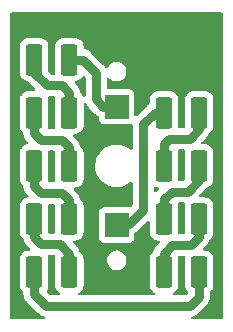
<source format=gbr>
%TF.GenerationSoftware,KiCad,Pcbnew,(7.0.0)*%
%TF.CreationDate,2023-02-27T22:59:02+05:30*%
%TF.ProjectId,9W_SYSKA,39575f53-5953-44b4-912e-6b696361645f,rev?*%
%TF.SameCoordinates,Original*%
%TF.FileFunction,Copper,L1,Top*%
%TF.FilePolarity,Positive*%
%FSLAX46Y46*%
G04 Gerber Fmt 4.6, Leading zero omitted, Abs format (unit mm)*
G04 Created by KiCad (PCBNEW (7.0.0)) date 2023-02-27 22:59:02*
%MOMM*%
%LPD*%
G01*
G04 APERTURE LIST*
G04 Aperture macros list*
%AMRoundRect*
0 Rectangle with rounded corners*
0 $1 Rounding radius*
0 $2 $3 $4 $5 $6 $7 $8 $9 X,Y pos of 4 corners*
0 Add a 4 corners polygon primitive as box body*
4,1,4,$2,$3,$4,$5,$6,$7,$8,$9,$2,$3,0*
0 Add four circle primitives for the rounded corners*
1,1,$1+$1,$2,$3*
1,1,$1+$1,$4,$5*
1,1,$1+$1,$6,$7*
1,1,$1+$1,$8,$9*
0 Add four rect primitives between the rounded corners*
20,1,$1+$1,$2,$3,$4,$5,0*
20,1,$1+$1,$4,$5,$6,$7,0*
20,1,$1+$1,$6,$7,$8,$9,0*
20,1,$1+$1,$8,$9,$2,$3,0*%
G04 Aperture macros list end*
%TA.AperFunction,SMDPad,CuDef*%
%ADD10RoundRect,0.250001X-0.462499X-1.074999X0.462499X-1.074999X0.462499X1.074999X-0.462499X1.074999X0*%
%TD*%
%TA.AperFunction,SMDPad,CuDef*%
%ADD11R,2.000000X2.000000*%
%TD*%
%TA.AperFunction,Conductor*%
%ADD12C,0.800000*%
%TD*%
G04 APERTURE END LIST*
D10*
%TO.P,L9,1,K*%
%TO.N,Net-(J2-Pin_1)*%
X113012500Y-108500000D03*
%TO.P,L9,2,A*%
%TO.N,Net-(L8-K)*%
X115987500Y-108500000D03*
%TD*%
D11*
%TO.P,J2,1,Pin_1*%
%TO.N,Net-(J2-Pin_1)*%
X108999999Y-117999999D03*
%TD*%
D10*
%TO.P,L8,1,K*%
%TO.N,Net-(L8-K)*%
X113012500Y-113000000D03*
%TO.P,L8,2,A*%
%TO.N,Net-(L7-K)*%
X115987500Y-113000000D03*
%TD*%
%TO.P,L5,1,K*%
%TO.N,Net-(L5-K)*%
X102012500Y-122000000D03*
%TO.P,L5,2,A*%
%TO.N,Net-(L4-K)*%
X104987500Y-122000000D03*
%TD*%
%TO.P,L4,1,K*%
%TO.N,Net-(L4-K)*%
X102012500Y-117500000D03*
%TO.P,L4,2,A*%
%TO.N,Net-(L3-K)*%
X104987500Y-117500000D03*
%TD*%
%TO.P,L1,1,K*%
%TO.N,Net-(L1-K)*%
X102012500Y-104000000D03*
%TO.P,L1,2,A*%
%TO.N,Net-(J1-Pin_1)*%
X104987500Y-104000000D03*
%TD*%
%TO.P,L7,1,K*%
%TO.N,Net-(L7-K)*%
X113012500Y-117500000D03*
%TO.P,L7,2,A*%
%TO.N,Net-(L6-K)*%
X115987500Y-117500000D03*
%TD*%
%TO.P,L2,1,K*%
%TO.N,Net-(L2-K)*%
X102012500Y-108500000D03*
%TO.P,L2,2,A*%
%TO.N,Net-(L1-K)*%
X104987500Y-108500000D03*
%TD*%
%TO.P,L6,1,K*%
%TO.N,Net-(L6-K)*%
X113012500Y-122000000D03*
%TO.P,L6,2,A*%
%TO.N,Net-(L5-K)*%
X115987500Y-122000000D03*
%TD*%
D11*
%TO.P,J1,1,Pin_1*%
%TO.N,Net-(J1-Pin_1)*%
X108999999Y-107999999D03*
%TD*%
D10*
%TO.P,L3,1,K*%
%TO.N,Net-(L3-K)*%
X102012500Y-113000000D03*
%TO.P,L3,2,A*%
%TO.N,Net-(L2-K)*%
X104987500Y-113000000D03*
%TD*%
D12*
%TO.N,Net-(J1-Pin_1)*%
X107270000Y-107380000D02*
X107890000Y-108000000D01*
X106150000Y-104000000D02*
X107270000Y-105120000D01*
X104987500Y-104000000D02*
X106150000Y-104000000D01*
X107890000Y-108000000D02*
X109000000Y-108000000D01*
X107270000Y-105120000D02*
X107270000Y-107380000D01*
%TO.N,Net-(J2-Pin_1)*%
X110070000Y-117900000D02*
X109000000Y-117900000D01*
X113012500Y-108500000D02*
X112240000Y-108500000D01*
X111250000Y-116720000D02*
X110070000Y-117900000D01*
X112240000Y-108500000D02*
X111250000Y-109490000D01*
X111250000Y-109490000D02*
X111250000Y-116720000D01*
%TO.N,Net-(L1-K)*%
X104370000Y-106190000D02*
X104987500Y-106807500D01*
X103100000Y-106190000D02*
X104370000Y-106190000D01*
X104987500Y-106807500D02*
X104987500Y-108500000D01*
X102012500Y-105102500D02*
X103100000Y-106190000D01*
X102012500Y-104000000D02*
X102012500Y-105102500D01*
%TO.N,Net-(L2-K)*%
X102012500Y-108500000D02*
X102012500Y-110212500D01*
X104360000Y-110800000D02*
X104987500Y-111427500D01*
X104987500Y-111427500D02*
X104987500Y-113000000D01*
X102600000Y-110800000D02*
X104360000Y-110800000D01*
X102012500Y-110212500D02*
X102600000Y-110800000D01*
%TO.N,Net-(L3-K)*%
X102012500Y-114692500D02*
X102630000Y-115310000D01*
X104390000Y-115310000D02*
X104987500Y-115907500D01*
X102630000Y-115310000D02*
X104390000Y-115310000D01*
X104987500Y-115907500D02*
X104987500Y-117500000D01*
X102012500Y-113000000D02*
X102012500Y-114692500D01*
%TO.N,Net-(L4-K)*%
X102610000Y-119640000D02*
X104170000Y-119640000D01*
X102012500Y-117500000D02*
X102012500Y-119042500D01*
X104987500Y-120457500D02*
X104987500Y-122000000D01*
X104170000Y-119640000D02*
X104987500Y-120457500D01*
X102012500Y-119042500D02*
X102610000Y-119640000D01*
%TO.N,Net-(L5-K)*%
X115240000Y-124870000D02*
X115987500Y-124122500D01*
X102012500Y-123822500D02*
X103060000Y-124870000D01*
X103060000Y-124870000D02*
X115240000Y-124870000D01*
X115987500Y-124122500D02*
X115987500Y-122000000D01*
X102012500Y-122000000D02*
X102012500Y-123822500D01*
%TO.N,Net-(L6-K)*%
X113012500Y-120427500D02*
X113730000Y-119710000D01*
X115987500Y-119032500D02*
X115987500Y-117500000D01*
X115310000Y-119710000D02*
X115987500Y-119032500D01*
X113012500Y-122000000D02*
X113012500Y-120427500D01*
X113730000Y-119710000D02*
X115310000Y-119710000D01*
%TO.N,Net-(L7-K)*%
X115010000Y-115190000D02*
X115987500Y-114212500D01*
X115987500Y-114212500D02*
X115987500Y-113000000D01*
X113660000Y-115190000D02*
X115010000Y-115190000D01*
X113012500Y-117500000D02*
X113012500Y-115837500D01*
X113012500Y-115837500D02*
X113660000Y-115190000D01*
%TO.N,Net-(L8-K)*%
X113012500Y-113000000D02*
X113012500Y-111117500D01*
X113012500Y-111117500D02*
X113430000Y-110700000D01*
X115987500Y-109912500D02*
X115987500Y-108500000D01*
X115200000Y-110700000D02*
X115987500Y-109912500D01*
X113430000Y-110700000D02*
X115200000Y-110700000D01*
%TD*%
%TA.AperFunction,NonConductor*%
G36*
X106250626Y-105391650D02*
G01*
X106297596Y-105421095D01*
X106333181Y-105456680D01*
X106360061Y-105496908D01*
X106369500Y-105544361D01*
X106369500Y-107051608D01*
X106351789Y-107115472D01*
X106303716Y-107161093D01*
X106239013Y-107175438D01*
X106176163Y-107154410D01*
X106134994Y-107106210D01*
X106134814Y-107105666D01*
X106131021Y-107099517D01*
X106046505Y-106962496D01*
X106042711Y-106956345D01*
X105923764Y-106837398D01*
X105898163Y-106800146D01*
X105888587Y-106760250D01*
X105888001Y-106760312D01*
X105885871Y-106740053D01*
X105885362Y-106733595D01*
X105881813Y-106665855D01*
X105878185Y-106652318D01*
X105874638Y-106633174D01*
X105873853Y-106625705D01*
X105873174Y-106619244D01*
X105852214Y-106554737D01*
X105850371Y-106548514D01*
X105834502Y-106489289D01*
X105834501Y-106489288D01*
X105832820Y-106483012D01*
X105826456Y-106470522D01*
X105819006Y-106452536D01*
X105816687Y-106445398D01*
X105814679Y-106439216D01*
X105811426Y-106433583D01*
X105811425Y-106433579D01*
X105780765Y-106380475D01*
X105777678Y-106374792D01*
X105746883Y-106314351D01*
X105738059Y-106303454D01*
X105727041Y-106287422D01*
X105720033Y-106275284D01*
X105674645Y-106224876D01*
X105670428Y-106219937D01*
X105657620Y-106204120D01*
X105643214Y-106189714D01*
X105638746Y-106185006D01*
X105597717Y-106139439D01*
X105593371Y-106134612D01*
X105588117Y-106130794D01*
X105588114Y-106130792D01*
X105582029Y-106126371D01*
X105567235Y-106113735D01*
X105484003Y-106030503D01*
X105450722Y-105970100D01*
X105454857Y-105901259D01*
X105495131Y-105845274D01*
X105559081Y-105819465D01*
X105602797Y-105814999D01*
X105769334Y-105759814D01*
X105918655Y-105667711D01*
X106042711Y-105543655D01*
X106104379Y-105443675D01*
X106143290Y-105404196D01*
X106195519Y-105385614D01*
X106250626Y-105391650D01*
G37*
%TD.AperFunction*%
%TA.AperFunction,NonConductor*%
G36*
X103729946Y-107104097D02*
G01*
X103774020Y-107141906D01*
X103796048Y-107195636D01*
X103791197Y-107253503D01*
X103787131Y-107265771D01*
X103787128Y-107265782D01*
X103785001Y-107272203D01*
X103784313Y-107278933D01*
X103784312Y-107278940D01*
X103774819Y-107371860D01*
X103774818Y-107371878D01*
X103774500Y-107374992D01*
X103774500Y-109625008D01*
X103774818Y-109628122D01*
X103774819Y-109628139D01*
X103784312Y-109721059D01*
X103784313Y-109721064D01*
X103785001Y-109727797D01*
X103787130Y-109734224D01*
X103787131Y-109734225D01*
X103787882Y-109736491D01*
X103788053Y-109738533D01*
X103788548Y-109740844D01*
X103788252Y-109740907D01*
X103792736Y-109794359D01*
X103770709Y-109848091D01*
X103726635Y-109885902D01*
X103670178Y-109899500D01*
X103329822Y-109899500D01*
X103273365Y-109885902D01*
X103229291Y-109848091D01*
X103207264Y-109794359D01*
X103211747Y-109740907D01*
X103211452Y-109740844D01*
X103211946Y-109738533D01*
X103212118Y-109736491D01*
X103214999Y-109727797D01*
X103225500Y-109625008D01*
X103225500Y-107374992D01*
X103214999Y-107272203D01*
X103212868Y-107265771D01*
X103208803Y-107253503D01*
X103203952Y-107195636D01*
X103225980Y-107141906D01*
X103270054Y-107104097D01*
X103326509Y-107090500D01*
X103673491Y-107090500D01*
X103729946Y-107104097D01*
G37*
%TD.AperFunction*%
%TA.AperFunction,NonConductor*%
G36*
X114726635Y-111614098D02*
G01*
X114770709Y-111651909D01*
X114792736Y-111705641D01*
X114788252Y-111759092D01*
X114788548Y-111759156D01*
X114788053Y-111761466D01*
X114787882Y-111763508D01*
X114785001Y-111772203D01*
X114784313Y-111778933D01*
X114784312Y-111778940D01*
X114774819Y-111871860D01*
X114774818Y-111871878D01*
X114774500Y-111874992D01*
X114774500Y-111878141D01*
X114774500Y-114100637D01*
X114765061Y-114148090D01*
X114738181Y-114188318D01*
X114673318Y-114253181D01*
X114633090Y-114280061D01*
X114585637Y-114289500D01*
X114346009Y-114289500D01*
X114280401Y-114270722D01*
X114234665Y-114220075D01*
X114222651Y-114152899D01*
X114223424Y-114145324D01*
X114225500Y-114125008D01*
X114225500Y-111874992D01*
X114214999Y-111772203D01*
X114212117Y-111763508D01*
X114211946Y-111761466D01*
X114211452Y-111759156D01*
X114211747Y-111759092D01*
X114207264Y-111705641D01*
X114229291Y-111651909D01*
X114273365Y-111614098D01*
X114329822Y-111600500D01*
X114670178Y-111600500D01*
X114726635Y-111614098D01*
G37*
%TD.AperFunction*%
%TA.AperFunction,NonConductor*%
G36*
X103720621Y-111719278D02*
G01*
X103766358Y-111769926D01*
X103778371Y-111837103D01*
X103774819Y-111871862D01*
X103774818Y-111871876D01*
X103774500Y-111874992D01*
X103774500Y-114125008D01*
X103774818Y-114128122D01*
X103774819Y-114128139D01*
X103784312Y-114221059D01*
X103784313Y-114221064D01*
X103785001Y-114227797D01*
X103787129Y-114234219D01*
X103787131Y-114234228D01*
X103791197Y-114246497D01*
X103796048Y-114304364D01*
X103774020Y-114358094D01*
X103729946Y-114395903D01*
X103673491Y-114409500D01*
X103326509Y-114409500D01*
X103270054Y-114395903D01*
X103225980Y-114358094D01*
X103203952Y-114304364D01*
X103208803Y-114246497D01*
X103212868Y-114234228D01*
X103212869Y-114234225D01*
X103214999Y-114227797D01*
X103225500Y-114125008D01*
X103225500Y-111874992D01*
X103221629Y-111837102D01*
X103233642Y-111769926D01*
X103279379Y-111719278D01*
X103344987Y-111700500D01*
X103655013Y-111700500D01*
X103720621Y-111719278D01*
G37*
%TD.AperFunction*%
%TA.AperFunction,NonConductor*%
G36*
X112313504Y-114787264D02*
G01*
X112328546Y-114792248D01*
X112397203Y-114814999D01*
X112468136Y-114822245D01*
X112532088Y-114848056D01*
X112572361Y-114904040D01*
X112576496Y-114972881D01*
X112543215Y-115033284D01*
X112432763Y-115143736D01*
X112417975Y-115156368D01*
X112411883Y-115160794D01*
X112411879Y-115160796D01*
X112406629Y-115164612D01*
X112366647Y-115209015D01*
X112317722Y-115242263D01*
X112258958Y-115249062D01*
X112203731Y-115227862D01*
X112164611Y-115183488D01*
X112150500Y-115126040D01*
X112150500Y-114904970D01*
X112164097Y-114848514D01*
X112201907Y-114804440D01*
X112255637Y-114782413D01*
X112313504Y-114787264D01*
G37*
%TD.AperFunction*%
%TA.AperFunction,NonConductor*%
G36*
X103719599Y-116229278D02*
G01*
X103765335Y-116279925D01*
X103777349Y-116347101D01*
X103774500Y-116374992D01*
X103774500Y-116378141D01*
X103774500Y-118615500D01*
X103757887Y-118677500D01*
X103712500Y-118722887D01*
X103650500Y-118739500D01*
X103349500Y-118739500D01*
X103287500Y-118722887D01*
X103242113Y-118677500D01*
X103225500Y-118615500D01*
X103225500Y-116378141D01*
X103225500Y-116374992D01*
X103222651Y-116347101D01*
X103234665Y-116279925D01*
X103280401Y-116229278D01*
X103346009Y-116210500D01*
X103653991Y-116210500D01*
X103719599Y-116229278D01*
G37*
%TD.AperFunction*%
%TA.AperFunction,NonConductor*%
G36*
X114729946Y-116104097D02*
G01*
X114774020Y-116141906D01*
X114796048Y-116195636D01*
X114791197Y-116253503D01*
X114787131Y-116265771D01*
X114787128Y-116265782D01*
X114785001Y-116272203D01*
X114784313Y-116278933D01*
X114784312Y-116278940D01*
X114774819Y-116371860D01*
X114774818Y-116371878D01*
X114774500Y-116374992D01*
X114774500Y-118625008D01*
X114774819Y-118628138D01*
X114774820Y-118628142D01*
X114779392Y-118672899D01*
X114767378Y-118740075D01*
X114721642Y-118790722D01*
X114656034Y-118809500D01*
X114343966Y-118809500D01*
X114278358Y-118790722D01*
X114232622Y-118740075D01*
X114220608Y-118672899D01*
X114223517Y-118644420D01*
X114225500Y-118625008D01*
X114225500Y-116374992D01*
X114214999Y-116272203D01*
X114212868Y-116265771D01*
X114208803Y-116253503D01*
X114203952Y-116195636D01*
X114225980Y-116141906D01*
X114270054Y-116104097D01*
X114326509Y-116090500D01*
X114673491Y-116090500D01*
X114729946Y-116104097D01*
G37*
%TD.AperFunction*%
%TA.AperFunction,NonConductor*%
G36*
X103746516Y-120554097D02*
G01*
X103790590Y-120591907D01*
X103812617Y-120645637D01*
X103807766Y-120703502D01*
X103785001Y-120772203D01*
X103784313Y-120778933D01*
X103784312Y-120778940D01*
X103774819Y-120871860D01*
X103774818Y-120871878D01*
X103774500Y-120874992D01*
X103774500Y-123125008D01*
X103774818Y-123128122D01*
X103774819Y-123128139D01*
X103784312Y-123221059D01*
X103784313Y-123221064D01*
X103785001Y-123227797D01*
X103840186Y-123394334D01*
X103932289Y-123543655D01*
X104056345Y-123667711D01*
X104062496Y-123671505D01*
X104173481Y-123739962D01*
X104217185Y-123786016D01*
X104232365Y-123847664D01*
X104215042Y-123908745D01*
X104169758Y-123953246D01*
X104108384Y-123969500D01*
X103484362Y-123969500D01*
X103436909Y-123960061D01*
X103396681Y-123933181D01*
X103275114Y-123811614D01*
X103113936Y-123650437D01*
X103084690Y-123604035D01*
X103078323Y-123549556D01*
X103096077Y-123497665D01*
X103159814Y-123394334D01*
X103214999Y-123227797D01*
X103225500Y-123125008D01*
X103225500Y-120874992D01*
X103214999Y-120772203D01*
X103192233Y-120703502D01*
X103187383Y-120645637D01*
X103209410Y-120591907D01*
X103253484Y-120554097D01*
X103309940Y-120540500D01*
X103690060Y-120540500D01*
X103746516Y-120554097D01*
G37*
%TD.AperFunction*%
%TA.AperFunction,NonConductor*%
G36*
X106403535Y-107689854D02*
G01*
X106435746Y-107737244D01*
X106438169Y-107736166D01*
X106440813Y-107742106D01*
X106442821Y-107748284D01*
X106446068Y-107753908D01*
X106446069Y-107753910D01*
X106476725Y-107807008D01*
X106479823Y-107812713D01*
X106487531Y-107827840D01*
X106510617Y-107873149D01*
X106514703Y-107878195D01*
X106514706Y-107878199D01*
X106519435Y-107884038D01*
X106530457Y-107900075D01*
X106534216Y-107906586D01*
X106534218Y-107906589D01*
X106537467Y-107912216D01*
X106541814Y-107917044D01*
X106541817Y-107917048D01*
X106582853Y-107962624D01*
X106587067Y-107967557D01*
X106599881Y-107983380D01*
X106602179Y-107985678D01*
X106602180Y-107985679D01*
X106614274Y-107997773D01*
X106618743Y-108002482D01*
X106664129Y-108052888D01*
X106669386Y-108056707D01*
X106675468Y-108061126D01*
X106690265Y-108073764D01*
X107196236Y-108579735D01*
X107208873Y-108594531D01*
X107217112Y-108605871D01*
X107221941Y-108610219D01*
X107221942Y-108610220D01*
X107267516Y-108651255D01*
X107272225Y-108655724D01*
X107286620Y-108670119D01*
X107289142Y-108672161D01*
X107302442Y-108682932D01*
X107307377Y-108687146D01*
X107357784Y-108732533D01*
X107369916Y-108739537D01*
X107385956Y-108750561D01*
X107391794Y-108755289D01*
X107391801Y-108755294D01*
X107396851Y-108759383D01*
X107402641Y-108762333D01*
X107402644Y-108762335D01*
X107431794Y-108777187D01*
X107481227Y-108822881D01*
X107499500Y-108887671D01*
X107499500Y-109044560D01*
X107499500Y-109044578D01*
X107499501Y-109047872D01*
X107499853Y-109051150D01*
X107499854Y-109051161D01*
X107505079Y-109099768D01*
X107505080Y-109099773D01*
X107505909Y-109107483D01*
X107508619Y-109114749D01*
X107508620Y-109114753D01*
X107542217Y-109204831D01*
X107556204Y-109242331D01*
X107642454Y-109357546D01*
X107757669Y-109443796D01*
X107892517Y-109494091D01*
X107952127Y-109500500D01*
X110047872Y-109500499D01*
X110107483Y-109494091D01*
X110181676Y-109466419D01*
X110182167Y-109466236D01*
X110240954Y-109459385D01*
X110296220Y-109480562D01*
X110335376Y-109524943D01*
X110349500Y-109582418D01*
X110349500Y-111511773D01*
X110336403Y-111567240D01*
X110299878Y-111610990D01*
X110247641Y-111633780D01*
X110190726Y-111630797D01*
X110141161Y-111602672D01*
X110125741Y-111588365D01*
X110121912Y-111585754D01*
X110121909Y-111585752D01*
X110007435Y-111507705D01*
X109902775Y-111436349D01*
X109898589Y-111434333D01*
X109663820Y-111321274D01*
X109663814Y-111321271D01*
X109659641Y-111319262D01*
X109655219Y-111317898D01*
X109655209Y-111317894D01*
X109406202Y-111241086D01*
X109406196Y-111241084D01*
X109401772Y-111239720D01*
X109397195Y-111239030D01*
X109397186Y-111239028D01*
X109139514Y-111200191D01*
X109139513Y-111200190D01*
X109134929Y-111199500D01*
X108865071Y-111199500D01*
X108860487Y-111200190D01*
X108860485Y-111200191D01*
X108602813Y-111239028D01*
X108602801Y-111239030D01*
X108598228Y-111239720D01*
X108593806Y-111241083D01*
X108593797Y-111241086D01*
X108344790Y-111317894D01*
X108344775Y-111317899D01*
X108340359Y-111319262D01*
X108336185Y-111321271D01*
X108336180Y-111321274D01*
X108101411Y-111434333D01*
X108101404Y-111434336D01*
X108097226Y-111436349D01*
X108093393Y-111438962D01*
X108093390Y-111438964D01*
X107878090Y-111585752D01*
X107878080Y-111585759D01*
X107874259Y-111588365D01*
X107870863Y-111591516D01*
X107870853Y-111591524D01*
X107679843Y-111768756D01*
X107679839Y-111768759D01*
X107676439Y-111771915D01*
X107673549Y-111775537D01*
X107673546Y-111775542D01*
X107591726Y-111878141D01*
X107508185Y-111982898D01*
X107505866Y-111986913D01*
X107505865Y-111986916D01*
X107375578Y-112212581D01*
X107375575Y-112212586D01*
X107373257Y-112216602D01*
X107371563Y-112220916D01*
X107371561Y-112220922D01*
X107276363Y-112463480D01*
X107274666Y-112467805D01*
X107273633Y-112472326D01*
X107273632Y-112472333D01*
X107215648Y-112726377D01*
X107215646Y-112726385D01*
X107214617Y-112730897D01*
X107194451Y-113000000D01*
X107214617Y-113269103D01*
X107274666Y-113532195D01*
X107373257Y-113783398D01*
X107508185Y-114017102D01*
X107676439Y-114228085D01*
X107874259Y-114411635D01*
X108097226Y-114563651D01*
X108340359Y-114680738D01*
X108344787Y-114682103D01*
X108344790Y-114682105D01*
X108436414Y-114710367D01*
X108598228Y-114760280D01*
X108865071Y-114800500D01*
X109130292Y-114800500D01*
X109134929Y-114800500D01*
X109401772Y-114760280D01*
X109659641Y-114680738D01*
X109902775Y-114563651D01*
X110125741Y-114411635D01*
X110141161Y-114397327D01*
X110190726Y-114369203D01*
X110247641Y-114366220D01*
X110299878Y-114389010D01*
X110336403Y-114432760D01*
X110349500Y-114488227D01*
X110349500Y-116295639D01*
X110340061Y-116343092D01*
X110313180Y-116383321D01*
X110222800Y-116473699D01*
X110168996Y-116505300D01*
X110109424Y-116506633D01*
X110107483Y-116505909D01*
X110095589Y-116504630D01*
X110051180Y-116499855D01*
X110051169Y-116499854D01*
X110047873Y-116499500D01*
X110044550Y-116499500D01*
X107955439Y-116499500D01*
X107955420Y-116499500D01*
X107952128Y-116499501D01*
X107948850Y-116499853D01*
X107948838Y-116499854D01*
X107900231Y-116505079D01*
X107900225Y-116505080D01*
X107892517Y-116505909D01*
X107885252Y-116508618D01*
X107885246Y-116508620D01*
X107765980Y-116553104D01*
X107765978Y-116553104D01*
X107757669Y-116556204D01*
X107750572Y-116561516D01*
X107750568Y-116561519D01*
X107649550Y-116637141D01*
X107649546Y-116637144D01*
X107642454Y-116642454D01*
X107637144Y-116649546D01*
X107637141Y-116649550D01*
X107561519Y-116750568D01*
X107561516Y-116750572D01*
X107556204Y-116757669D01*
X107553104Y-116765978D01*
X107553104Y-116765980D01*
X107508620Y-116885247D01*
X107508619Y-116885250D01*
X107505909Y-116892517D01*
X107505079Y-116900227D01*
X107505079Y-116900232D01*
X107499855Y-116948819D01*
X107499854Y-116948831D01*
X107499500Y-116952127D01*
X107499500Y-116955448D01*
X107499500Y-116955449D01*
X107499500Y-119044560D01*
X107499500Y-119044578D01*
X107499501Y-119047872D01*
X107499853Y-119051150D01*
X107499854Y-119051161D01*
X107505079Y-119099768D01*
X107505080Y-119099773D01*
X107505909Y-119107483D01*
X107508619Y-119114749D01*
X107508620Y-119114753D01*
X107530366Y-119173055D01*
X107556204Y-119242331D01*
X107561518Y-119249430D01*
X107561519Y-119249431D01*
X107590648Y-119288343D01*
X107642454Y-119357546D01*
X107757669Y-119443796D01*
X107892517Y-119494091D01*
X107952127Y-119500500D01*
X110047872Y-119500499D01*
X110107483Y-119494091D01*
X110242331Y-119443796D01*
X110357546Y-119357546D01*
X110443796Y-119242331D01*
X110494091Y-119107483D01*
X110500500Y-119047873D01*
X110500499Y-118766583D01*
X110515525Y-118707417D01*
X110556962Y-118662590D01*
X110557352Y-118662336D01*
X110563149Y-118659383D01*
X110574045Y-118650558D01*
X110590083Y-118639537D01*
X110602216Y-118632533D01*
X110652657Y-118587115D01*
X110657533Y-118582951D01*
X110673380Y-118570119D01*
X110687779Y-118555718D01*
X110692470Y-118551266D01*
X110742888Y-118505871D01*
X110751125Y-118494532D01*
X110763761Y-118479736D01*
X111587818Y-117655680D01*
X111637182Y-117625430D01*
X111694898Y-117620888D01*
X111748385Y-117643043D01*
X111785985Y-117687066D01*
X111799500Y-117743361D01*
X111799500Y-118625008D01*
X111799818Y-118628122D01*
X111799819Y-118628139D01*
X111809312Y-118721059D01*
X111809313Y-118721064D01*
X111810001Y-118727797D01*
X111812130Y-118734224D01*
X111812131Y-118734225D01*
X111814069Y-118740075D01*
X111865186Y-118894334D01*
X111957289Y-119043655D01*
X112081345Y-119167711D01*
X112230666Y-119259814D01*
X112397203Y-119314999D01*
X112499992Y-119325500D01*
X112541638Y-119325500D01*
X112597933Y-119339015D01*
X112641956Y-119376615D01*
X112664111Y-119430102D01*
X112659569Y-119487818D01*
X112629319Y-119537181D01*
X112432763Y-119733736D01*
X112417975Y-119746368D01*
X112411883Y-119750794D01*
X112411879Y-119750796D01*
X112406629Y-119754612D01*
X112402284Y-119759436D01*
X112402281Y-119759440D01*
X112361252Y-119805007D01*
X112356787Y-119809712D01*
X112344678Y-119821820D01*
X112344652Y-119821848D01*
X112342381Y-119824120D01*
X112340349Y-119826628D01*
X112340340Y-119826639D01*
X112329561Y-119839949D01*
X112325352Y-119844877D01*
X112284315Y-119890454D01*
X112284311Y-119890458D01*
X112279967Y-119895284D01*
X112276720Y-119900906D01*
X112276719Y-119900909D01*
X112272958Y-119907424D01*
X112261945Y-119923448D01*
X112257205Y-119929301D01*
X112257199Y-119929309D01*
X112253117Y-119934351D01*
X112250171Y-119940130D01*
X112250168Y-119940137D01*
X112222318Y-119994795D01*
X112219222Y-120000496D01*
X112188570Y-120053587D01*
X112188567Y-120053593D01*
X112185321Y-120059216D01*
X112183315Y-120065387D01*
X112183311Y-120065398D01*
X112180986Y-120072555D01*
X112173545Y-120090518D01*
X112170134Y-120097212D01*
X112170130Y-120097221D01*
X112167180Y-120103012D01*
X112165498Y-120109288D01*
X112165496Y-120109294D01*
X112149627Y-120168515D01*
X112147785Y-120174735D01*
X112128831Y-120233071D01*
X112128829Y-120233076D01*
X112126826Y-120239244D01*
X112126148Y-120245689D01*
X112126145Y-120245706D01*
X112125616Y-120250747D01*
X112110924Y-120297581D01*
X112081761Y-120332032D01*
X112081345Y-120332289D01*
X112076241Y-120337392D01*
X112076237Y-120337396D01*
X111962399Y-120451234D01*
X111962395Y-120451238D01*
X111957289Y-120456345D01*
X111953498Y-120462490D01*
X111953494Y-120462496D01*
X111868978Y-120599517D01*
X111868975Y-120599522D01*
X111865186Y-120605666D01*
X111862915Y-120612517D01*
X111862914Y-120612521D01*
X111845020Y-120666522D01*
X111810001Y-120772203D01*
X111809313Y-120778933D01*
X111809312Y-120778940D01*
X111799819Y-120871860D01*
X111799818Y-120871878D01*
X111799500Y-120874992D01*
X111799500Y-123125008D01*
X111799818Y-123128122D01*
X111799819Y-123128139D01*
X111809312Y-123221059D01*
X111809313Y-123221064D01*
X111810001Y-123227797D01*
X111865186Y-123394334D01*
X111957289Y-123543655D01*
X112081345Y-123667711D01*
X112087496Y-123671505D01*
X112198481Y-123739962D01*
X112242185Y-123786016D01*
X112257365Y-123847664D01*
X112240042Y-123908745D01*
X112194758Y-123953246D01*
X112133384Y-123969500D01*
X105866616Y-123969500D01*
X105805242Y-123953246D01*
X105759958Y-123908745D01*
X105742635Y-123847664D01*
X105757815Y-123786016D01*
X105801519Y-123739962D01*
X105862618Y-123702275D01*
X105918655Y-123667711D01*
X106042711Y-123543655D01*
X106134814Y-123394334D01*
X106189999Y-123227797D01*
X106200500Y-123125008D01*
X106200500Y-121000000D01*
X108164925Y-121000000D01*
X108165604Y-121006460D01*
X108182493Y-121167161D01*
X108182494Y-121167169D01*
X108183173Y-121173622D01*
X108185178Y-121179794D01*
X108185180Y-121179801D01*
X108235113Y-121333477D01*
X108237121Y-121339656D01*
X108324410Y-121490845D01*
X108441226Y-121620582D01*
X108582462Y-121723196D01*
X108588397Y-121725838D01*
X108588398Y-121725839D01*
X108736009Y-121791560D01*
X108736010Y-121791560D01*
X108741948Y-121794204D01*
X108912711Y-121830500D01*
X109080786Y-121830500D01*
X109087289Y-121830500D01*
X109258052Y-121794204D01*
X109417538Y-121723196D01*
X109558774Y-121620582D01*
X109675590Y-121490845D01*
X109762879Y-121339656D01*
X109816827Y-121173622D01*
X109835075Y-121000000D01*
X109816827Y-120826378D01*
X109762879Y-120660344D01*
X109675590Y-120509155D01*
X109558774Y-120379418D01*
X109553516Y-120375597D01*
X109553514Y-120375596D01*
X109422796Y-120280624D01*
X109422794Y-120280623D01*
X109417538Y-120276804D01*
X109411606Y-120274162D01*
X109411601Y-120274160D01*
X109263990Y-120208439D01*
X109263983Y-120208436D01*
X109258052Y-120205796D01*
X109223797Y-120198515D01*
X109093652Y-120170852D01*
X109093647Y-120170851D01*
X109087289Y-120169500D01*
X108912711Y-120169500D01*
X108906353Y-120170851D01*
X108906347Y-120170852D01*
X108748309Y-120204443D01*
X108748300Y-120204445D01*
X108741948Y-120205796D01*
X108736013Y-120208438D01*
X108736005Y-120208441D01*
X108588400Y-120274160D01*
X108588395Y-120274162D01*
X108582463Y-120276804D01*
X108577209Y-120280620D01*
X108577204Y-120280624D01*
X108446485Y-120375596D01*
X108446478Y-120375601D01*
X108441226Y-120379418D01*
X108436881Y-120384243D01*
X108436876Y-120384248D01*
X108328756Y-120504327D01*
X108328751Y-120504333D01*
X108324410Y-120509155D01*
X108321165Y-120514775D01*
X108321161Y-120514781D01*
X108240369Y-120654717D01*
X108240366Y-120654722D01*
X108237121Y-120660344D01*
X108235115Y-120666516D01*
X108235113Y-120666522D01*
X108185180Y-120820198D01*
X108185178Y-120820207D01*
X108183173Y-120826378D01*
X108182495Y-120832828D01*
X108182493Y-120832838D01*
X108166255Y-120987340D01*
X108164925Y-121000000D01*
X106200500Y-121000000D01*
X106200500Y-120874992D01*
X106189999Y-120772203D01*
X106134814Y-120605666D01*
X106042711Y-120456345D01*
X105918655Y-120332289D01*
X105913885Y-120329347D01*
X105886162Y-120298279D01*
X105874337Y-120268867D01*
X105873175Y-120269245D01*
X105852216Y-120204743D01*
X105850371Y-120198515D01*
X105846750Y-120185001D01*
X105832820Y-120133013D01*
X105826454Y-120120520D01*
X105819009Y-120102543D01*
X105816687Y-120095395D01*
X105816685Y-120095391D01*
X105814679Y-120089216D01*
X105780772Y-120030487D01*
X105777674Y-120024782D01*
X105771254Y-120012182D01*
X105746883Y-119964351D01*
X105738059Y-119953454D01*
X105727041Y-119937422D01*
X105720033Y-119925284D01*
X105698085Y-119900909D01*
X105674645Y-119874876D01*
X105670428Y-119869937D01*
X105657620Y-119854120D01*
X105643214Y-119839714D01*
X105638746Y-119835006D01*
X105597717Y-119789439D01*
X105593371Y-119784612D01*
X105588117Y-119780794D01*
X105588114Y-119780792D01*
X105582029Y-119776371D01*
X105567235Y-119763735D01*
X105456083Y-119652583D01*
X105340679Y-119537179D01*
X105310430Y-119487818D01*
X105305888Y-119430102D01*
X105328043Y-119376615D01*
X105372066Y-119339015D01*
X105428361Y-119325500D01*
X105496859Y-119325500D01*
X105500008Y-119325500D01*
X105602797Y-119314999D01*
X105769334Y-119259814D01*
X105918655Y-119167711D01*
X106042711Y-119043655D01*
X106134814Y-118894334D01*
X106189999Y-118727797D01*
X106200500Y-118625008D01*
X106200500Y-116374992D01*
X106189999Y-116272203D01*
X106134814Y-116105666D01*
X106042711Y-115956345D01*
X105918655Y-115832289D01*
X105919378Y-115831565D01*
X105895842Y-115804482D01*
X105882020Y-115765804D01*
X105881815Y-115765860D01*
X105881138Y-115763334D01*
X105881135Y-115763328D01*
X105878185Y-115752318D01*
X105874638Y-115733174D01*
X105873853Y-115725705D01*
X105873174Y-115719244D01*
X105871167Y-115713068D01*
X105871166Y-115713062D01*
X105852216Y-115654743D01*
X105850371Y-115648515D01*
X105832820Y-115583013D01*
X105826454Y-115570520D01*
X105819009Y-115552543D01*
X105816687Y-115545395D01*
X105816685Y-115545391D01*
X105814679Y-115539216D01*
X105780772Y-115480487D01*
X105777674Y-115474782D01*
X105774838Y-115469216D01*
X105746883Y-115414351D01*
X105738059Y-115403454D01*
X105727041Y-115387422D01*
X105720033Y-115375284D01*
X105674645Y-115324876D01*
X105670428Y-115319937D01*
X105657620Y-115304120D01*
X105643215Y-115289715D01*
X105638746Y-115285006D01*
X105597717Y-115239439D01*
X105593371Y-115234612D01*
X105588117Y-115230794D01*
X105588114Y-115230792D01*
X105582029Y-115226371D01*
X105567235Y-115213735D01*
X105390681Y-115037181D01*
X105360431Y-114987818D01*
X105355889Y-114930102D01*
X105378044Y-114876615D01*
X105422067Y-114839015D01*
X105478362Y-114825500D01*
X105496859Y-114825500D01*
X105500008Y-114825500D01*
X105602797Y-114814999D01*
X105769334Y-114759814D01*
X105918655Y-114667711D01*
X106042711Y-114543655D01*
X106134814Y-114394334D01*
X106189999Y-114227797D01*
X106200500Y-114125008D01*
X106200500Y-111874992D01*
X106189999Y-111772203D01*
X106134814Y-111605666D01*
X106042711Y-111456345D01*
X105918655Y-111332289D01*
X105918239Y-111332032D01*
X105889072Y-111297576D01*
X105874381Y-111250735D01*
X105873174Y-111239244D01*
X105852212Y-111174731D01*
X105850375Y-111168528D01*
X105847172Y-111156575D01*
X105832820Y-111103012D01*
X105826456Y-111090522D01*
X105819006Y-111072536D01*
X105816687Y-111065398D01*
X105814679Y-111059216D01*
X105811426Y-111053583D01*
X105811425Y-111053579D01*
X105780765Y-111000475D01*
X105777678Y-110994792D01*
X105746883Y-110934351D01*
X105742794Y-110929301D01*
X105742789Y-110929294D01*
X105738061Y-110923456D01*
X105727037Y-110907416D01*
X105723284Y-110900916D01*
X105720033Y-110895284D01*
X105714561Y-110889207D01*
X105674646Y-110844876D01*
X105670432Y-110839942D01*
X105659661Y-110826642D01*
X105657619Y-110824120D01*
X105643223Y-110809724D01*
X105638755Y-110805016D01*
X105597720Y-110759442D01*
X105597719Y-110759441D01*
X105593371Y-110754612D01*
X105588113Y-110750792D01*
X105588111Y-110750790D01*
X105582031Y-110746373D01*
X105567235Y-110733736D01*
X105370680Y-110537181D01*
X105340430Y-110487818D01*
X105335888Y-110430102D01*
X105358043Y-110376615D01*
X105402066Y-110339015D01*
X105458361Y-110325500D01*
X105496859Y-110325500D01*
X105500008Y-110325500D01*
X105602797Y-110314999D01*
X105769334Y-110259814D01*
X105918655Y-110167711D01*
X106042711Y-110043655D01*
X106134814Y-109894334D01*
X106189999Y-109727797D01*
X106200500Y-109625008D01*
X106200500Y-107785402D01*
X106219802Y-107718961D01*
X106271700Y-107673205D01*
X106340036Y-107662379D01*
X106403535Y-107689854D01*
G37*
%TD.AperFunction*%
%TA.AperFunction,NonConductor*%
G36*
X114720439Y-120622599D02*
G01*
X114763438Y-120656533D01*
X114787621Y-120705682D01*
X114788269Y-120760455D01*
X114787130Y-120765778D01*
X114785001Y-120772203D01*
X114784313Y-120778932D01*
X114784313Y-120778935D01*
X114774819Y-120871860D01*
X114774818Y-120871878D01*
X114774500Y-120874992D01*
X114774500Y-123125008D01*
X114774818Y-123128122D01*
X114774819Y-123128139D01*
X114784312Y-123221059D01*
X114784313Y-123221064D01*
X114785001Y-123227797D01*
X114840186Y-123394334D01*
X114932289Y-123543655D01*
X114937398Y-123548764D01*
X114937399Y-123548765D01*
X115024886Y-123636252D01*
X115056980Y-123691839D01*
X115056980Y-123756026D01*
X115024887Y-123811612D01*
X114903317Y-123933183D01*
X114863092Y-123960061D01*
X114815639Y-123969500D01*
X113891616Y-123969500D01*
X113830242Y-123953246D01*
X113784958Y-123908745D01*
X113767635Y-123847664D01*
X113782815Y-123786016D01*
X113826519Y-123739962D01*
X113887618Y-123702275D01*
X113943655Y-123667711D01*
X114067711Y-123543655D01*
X114159814Y-123394334D01*
X114214999Y-123227797D01*
X114225500Y-123125008D01*
X114225500Y-120874992D01*
X114214999Y-120772203D01*
X114212869Y-120765774D01*
X114211731Y-120760455D01*
X114212379Y-120705682D01*
X114236562Y-120656533D01*
X114279561Y-120622599D01*
X114332984Y-120610500D01*
X114667016Y-120610500D01*
X114720439Y-120622599D01*
G37*
%TD.AperFunction*%
%TA.AperFunction,NonConductor*%
G36*
X117937500Y-100026613D02*
G01*
X117982887Y-100072000D01*
X117999500Y-100134000D01*
X117999500Y-125875500D01*
X117982887Y-125937500D01*
X117937500Y-125982887D01*
X117875500Y-125999500D01*
X115457658Y-125999500D01*
X115399443Y-125984985D01*
X115354856Y-125944839D01*
X115334337Y-125888459D01*
X115342688Y-125829046D01*
X115377955Y-125780508D01*
X115428339Y-125755936D01*
X115428255Y-125755675D01*
X115430115Y-125755070D01*
X115430115Y-125755069D01*
X115492761Y-125734714D01*
X115498962Y-125732877D01*
X115564488Y-125715320D01*
X115576973Y-125708957D01*
X115594956Y-125701508D01*
X115608284Y-125697179D01*
X115667035Y-125663257D01*
X115672710Y-125660177D01*
X115672734Y-125660165D01*
X115733149Y-125629383D01*
X115744045Y-125620558D01*
X115760083Y-125609537D01*
X115772216Y-125602533D01*
X115822657Y-125557115D01*
X115827533Y-125552951D01*
X115843380Y-125540119D01*
X115857783Y-125525715D01*
X115862470Y-125521266D01*
X115912888Y-125475871D01*
X115921128Y-125464529D01*
X115933763Y-125449735D01*
X116567243Y-124816255D01*
X116582031Y-124803626D01*
X116593371Y-124795388D01*
X116638757Y-124744980D01*
X116643212Y-124740287D01*
X116657620Y-124725880D01*
X116670464Y-124710017D01*
X116674631Y-124705138D01*
X116720033Y-124654716D01*
X116727036Y-124642584D01*
X116738064Y-124626539D01*
X116742794Y-124620698D01*
X116746883Y-124615649D01*
X116777678Y-124555207D01*
X116780757Y-124549535D01*
X116814679Y-124490784D01*
X116819008Y-124477456D01*
X116826457Y-124459473D01*
X116832820Y-124446988D01*
X116850372Y-124381480D01*
X116852216Y-124375257D01*
X116871166Y-124316937D01*
X116871166Y-124316933D01*
X116873174Y-124310756D01*
X116874638Y-124296817D01*
X116878183Y-124277690D01*
X116881813Y-124264145D01*
X116885362Y-124196406D01*
X116885871Y-124189947D01*
X116887661Y-124172921D01*
X116887661Y-124172913D01*
X116888000Y-124169692D01*
X116888000Y-124149325D01*
X116888170Y-124142836D01*
X116891379Y-124081601D01*
X116891378Y-124081600D01*
X116891719Y-124075112D01*
X116889527Y-124061272D01*
X116888000Y-124041874D01*
X116888000Y-123749728D01*
X116897439Y-123702275D01*
X116924319Y-123662047D01*
X116950114Y-123636252D01*
X117042711Y-123543655D01*
X117134814Y-123394334D01*
X117189999Y-123227797D01*
X117200500Y-123125008D01*
X117200500Y-120874992D01*
X117189999Y-120772203D01*
X117134814Y-120605666D01*
X117042711Y-120456345D01*
X116918655Y-120332289D01*
X116912505Y-120328495D01*
X116912503Y-120328494D01*
X116775482Y-120243978D01*
X116775480Y-120243977D01*
X116769334Y-120240186D01*
X116747862Y-120233071D01*
X116609225Y-120187131D01*
X116609224Y-120187130D01*
X116602797Y-120185001D01*
X116596064Y-120184313D01*
X116596059Y-120184312D01*
X116503139Y-120174819D01*
X116503122Y-120174818D01*
X116500008Y-120174500D01*
X116496859Y-120174500D01*
X116418361Y-120174500D01*
X116362066Y-120160985D01*
X116318043Y-120123385D01*
X116295888Y-120069898D01*
X116300430Y-120012182D01*
X116330680Y-119962819D01*
X116448622Y-119844877D01*
X116567243Y-119726255D01*
X116582031Y-119713626D01*
X116593371Y-119705388D01*
X116638757Y-119654980D01*
X116643212Y-119650287D01*
X116647619Y-119645880D01*
X116657620Y-119635880D01*
X116670464Y-119620017D01*
X116674631Y-119615138D01*
X116720033Y-119564716D01*
X116727036Y-119552584D01*
X116738064Y-119536539D01*
X116742794Y-119530698D01*
X116746883Y-119525649D01*
X116777678Y-119465207D01*
X116780757Y-119459535D01*
X116814679Y-119400784D01*
X116819008Y-119387456D01*
X116826457Y-119369473D01*
X116832820Y-119356988D01*
X116850372Y-119291480D01*
X116852215Y-119285258D01*
X116859745Y-119262085D01*
X116869519Y-119232002D01*
X116885669Y-119199495D01*
X116910543Y-119173055D01*
X116912501Y-119171506D01*
X116918655Y-119167711D01*
X117042711Y-119043655D01*
X117134814Y-118894334D01*
X117189999Y-118727797D01*
X117200500Y-118625008D01*
X117200500Y-116374992D01*
X117189999Y-116272203D01*
X117134814Y-116105666D01*
X117042711Y-115956345D01*
X116918655Y-115832289D01*
X116912505Y-115828495D01*
X116912503Y-115828494D01*
X116775482Y-115743978D01*
X116775480Y-115743977D01*
X116769334Y-115740186D01*
X116748173Y-115733174D01*
X116609225Y-115687131D01*
X116609224Y-115687130D01*
X116602797Y-115685001D01*
X116596064Y-115684313D01*
X116596059Y-115684312D01*
X116503139Y-115674819D01*
X116503122Y-115674818D01*
X116500008Y-115674500D01*
X116496859Y-115674500D01*
X116098361Y-115674500D01*
X116042066Y-115660985D01*
X115998043Y-115623385D01*
X115975888Y-115569898D01*
X115980430Y-115512182D01*
X116010680Y-115462819D01*
X116287850Y-115185649D01*
X116567243Y-114906255D01*
X116582031Y-114893626D01*
X116593371Y-114885388D01*
X116638757Y-114834980D01*
X116643212Y-114830287D01*
X116648319Y-114825180D01*
X116657620Y-114815880D01*
X116659667Y-114813351D01*
X116659757Y-114813252D01*
X116712909Y-114778510D01*
X116769334Y-114759814D01*
X116918655Y-114667711D01*
X117042711Y-114543655D01*
X117134814Y-114394334D01*
X117189999Y-114227797D01*
X117200500Y-114125008D01*
X117200500Y-111874992D01*
X117189999Y-111772203D01*
X117134814Y-111605666D01*
X117042711Y-111456345D01*
X116918655Y-111332289D01*
X116912505Y-111328495D01*
X116912503Y-111328494D01*
X116775482Y-111243978D01*
X116775480Y-111243977D01*
X116769334Y-111240186D01*
X116747841Y-111233064D01*
X116609225Y-111187131D01*
X116609224Y-111187130D01*
X116602797Y-111185001D01*
X116596064Y-111184313D01*
X116596059Y-111184312D01*
X116503139Y-111174819D01*
X116503122Y-111174818D01*
X116500008Y-111174500D01*
X116496859Y-111174500D01*
X116298361Y-111174500D01*
X116242066Y-111160985D01*
X116198043Y-111123385D01*
X116175888Y-111069898D01*
X116180430Y-111012182D01*
X116210680Y-110962819D01*
X116473639Y-110699859D01*
X116567236Y-110606261D01*
X116582034Y-110593624D01*
X116593371Y-110585388D01*
X116638766Y-110534970D01*
X116643221Y-110530277D01*
X116655313Y-110518186D01*
X116655314Y-110518184D01*
X116657619Y-110515880D01*
X116670451Y-110500033D01*
X116674615Y-110495157D01*
X116720033Y-110444716D01*
X116727038Y-110432580D01*
X116738058Y-110416545D01*
X116746883Y-110405649D01*
X116777678Y-110345207D01*
X116780757Y-110339535D01*
X116814679Y-110280784D01*
X116819008Y-110267456D01*
X116826455Y-110249478D01*
X116829170Y-110244148D01*
X116874555Y-110194912D01*
X116912502Y-110171506D01*
X116912500Y-110171506D01*
X116918655Y-110167711D01*
X117042711Y-110043655D01*
X117134814Y-109894334D01*
X117189999Y-109727797D01*
X117200500Y-109625008D01*
X117200500Y-107374992D01*
X117189999Y-107272203D01*
X117134814Y-107105666D01*
X117042711Y-106956345D01*
X116918655Y-106832289D01*
X116912505Y-106828495D01*
X116912503Y-106828494D01*
X116775482Y-106743978D01*
X116775480Y-106743977D01*
X116769334Y-106740186D01*
X116759200Y-106736828D01*
X116609225Y-106687131D01*
X116609224Y-106687130D01*
X116602797Y-106685001D01*
X116596064Y-106684313D01*
X116596059Y-106684312D01*
X116503139Y-106674819D01*
X116503122Y-106674818D01*
X116500008Y-106674500D01*
X115474992Y-106674500D01*
X115471878Y-106674818D01*
X115471860Y-106674819D01*
X115378940Y-106684312D01*
X115378933Y-106684313D01*
X115372203Y-106685001D01*
X115365777Y-106687130D01*
X115365774Y-106687131D01*
X115212521Y-106737914D01*
X115212517Y-106737915D01*
X115205666Y-106740186D01*
X115199522Y-106743975D01*
X115199517Y-106743978D01*
X115062496Y-106828494D01*
X115062490Y-106828498D01*
X115056345Y-106832289D01*
X115051235Y-106837398D01*
X115051236Y-106837398D01*
X114937399Y-106951234D01*
X114937395Y-106951238D01*
X114932289Y-106956345D01*
X114928498Y-106962490D01*
X114928494Y-106962496D01*
X114843978Y-107099517D01*
X114843976Y-107099521D01*
X114840186Y-107105666D01*
X114837915Y-107112517D01*
X114837914Y-107112521D01*
X114787132Y-107265771D01*
X114785001Y-107272203D01*
X114784313Y-107278933D01*
X114784312Y-107278940D01*
X114774819Y-107371860D01*
X114774818Y-107371878D01*
X114774500Y-107374992D01*
X114774500Y-109625008D01*
X114774818Y-109628124D01*
X114774819Y-109628137D01*
X114778371Y-109662897D01*
X114766358Y-109730074D01*
X114720621Y-109780722D01*
X114655013Y-109799500D01*
X114344987Y-109799500D01*
X114279379Y-109780722D01*
X114233642Y-109730074D01*
X114221629Y-109662897D01*
X114225180Y-109628137D01*
X114225500Y-109625008D01*
X114225500Y-107374992D01*
X114214999Y-107272203D01*
X114159814Y-107105666D01*
X114067711Y-106956345D01*
X113943655Y-106832289D01*
X113937505Y-106828495D01*
X113937503Y-106828494D01*
X113800482Y-106743978D01*
X113800480Y-106743977D01*
X113794334Y-106740186D01*
X113784200Y-106736828D01*
X113634225Y-106687131D01*
X113634224Y-106687130D01*
X113627797Y-106685001D01*
X113621064Y-106684313D01*
X113621059Y-106684312D01*
X113528139Y-106674819D01*
X113528122Y-106674818D01*
X113525008Y-106674500D01*
X112499992Y-106674500D01*
X112496878Y-106674818D01*
X112496860Y-106674819D01*
X112403940Y-106684312D01*
X112403933Y-106684313D01*
X112397203Y-106685001D01*
X112390777Y-106687130D01*
X112390774Y-106687131D01*
X112237521Y-106737914D01*
X112237517Y-106737915D01*
X112230666Y-106740186D01*
X112224522Y-106743975D01*
X112224517Y-106743978D01*
X112087496Y-106828494D01*
X112087490Y-106828498D01*
X112081345Y-106832289D01*
X112076235Y-106837398D01*
X112076236Y-106837398D01*
X111962399Y-106951234D01*
X111962395Y-106951238D01*
X111957289Y-106956345D01*
X111953498Y-106962490D01*
X111953494Y-106962496D01*
X111868978Y-107099517D01*
X111868976Y-107099521D01*
X111865186Y-107105666D01*
X111862915Y-107112517D01*
X111862914Y-107112521D01*
X111812132Y-107265771D01*
X111810001Y-107272203D01*
X111809313Y-107278933D01*
X111809312Y-107278940D01*
X111799819Y-107371860D01*
X111799818Y-107371878D01*
X111799500Y-107374992D01*
X111799500Y-107378141D01*
X111799500Y-107639909D01*
X111784474Y-107699075D01*
X111746484Y-107740174D01*
X111746846Y-107740621D01*
X111743768Y-107743112D01*
X111743762Y-107743117D01*
X111741806Y-107744701D01*
X111741800Y-107744706D01*
X111735948Y-107749445D01*
X111719924Y-107760458D01*
X111713409Y-107764219D01*
X111713406Y-107764220D01*
X111707784Y-107767467D01*
X111702958Y-107771811D01*
X111702954Y-107771815D01*
X111657377Y-107812852D01*
X111652449Y-107817061D01*
X111639139Y-107827840D01*
X111639128Y-107827849D01*
X111636620Y-107829881D01*
X111634348Y-107832152D01*
X111634320Y-107832178D01*
X111622212Y-107844287D01*
X111617507Y-107848752D01*
X111571940Y-107889781D01*
X111571936Y-107889784D01*
X111567112Y-107894129D01*
X111563296Y-107899379D01*
X111563294Y-107899383D01*
X111558868Y-107905475D01*
X111546236Y-107920263D01*
X110712180Y-108754320D01*
X110662817Y-108784570D01*
X110605101Y-108789112D01*
X110551614Y-108766957D01*
X110514014Y-108722934D01*
X110500499Y-108666639D01*
X110500499Y-106955439D01*
X110500499Y-106952128D01*
X110494091Y-106892517D01*
X110443796Y-106757669D01*
X110357546Y-106642454D01*
X110326541Y-106619244D01*
X110249431Y-106561519D01*
X110249430Y-106561518D01*
X110242331Y-106556204D01*
X110107483Y-106505909D01*
X110099770Y-106505079D01*
X110099767Y-106505079D01*
X110051180Y-106499855D01*
X110051169Y-106499854D01*
X110047873Y-106499500D01*
X110044550Y-106499500D01*
X109998875Y-106499500D01*
X108294499Y-106499500D01*
X108232500Y-106482888D01*
X108187113Y-106437501D01*
X108170500Y-106375501D01*
X108170500Y-105642941D01*
X108184611Y-105585492D01*
X108223732Y-105541118D01*
X108278959Y-105519919D01*
X108337723Y-105526718D01*
X108386649Y-105559968D01*
X108441226Y-105620582D01*
X108446484Y-105624402D01*
X108446485Y-105624403D01*
X108499059Y-105662600D01*
X108582462Y-105723196D01*
X108588397Y-105725838D01*
X108588398Y-105725839D01*
X108736009Y-105791560D01*
X108736010Y-105791560D01*
X108741948Y-105794204D01*
X108912711Y-105830500D01*
X109080786Y-105830500D01*
X109087289Y-105830500D01*
X109258052Y-105794204D01*
X109417538Y-105723196D01*
X109558774Y-105620582D01*
X109675590Y-105490845D01*
X109762879Y-105339656D01*
X109816827Y-105173622D01*
X109835075Y-105000000D01*
X109816827Y-104826378D01*
X109762879Y-104660344D01*
X109675590Y-104509155D01*
X109558774Y-104379418D01*
X109553516Y-104375597D01*
X109553514Y-104375596D01*
X109422796Y-104280624D01*
X109422794Y-104280623D01*
X109417538Y-104276804D01*
X109411606Y-104274162D01*
X109411601Y-104274160D01*
X109263990Y-104208439D01*
X109263983Y-104208436D01*
X109258052Y-104205796D01*
X109238489Y-104201637D01*
X109093652Y-104170852D01*
X109093647Y-104170851D01*
X109087289Y-104169500D01*
X108912711Y-104169500D01*
X108906353Y-104170851D01*
X108906347Y-104170852D01*
X108748309Y-104204443D01*
X108748300Y-104204445D01*
X108741948Y-104205796D01*
X108736013Y-104208438D01*
X108736005Y-104208441D01*
X108588400Y-104274160D01*
X108588395Y-104274162D01*
X108582463Y-104276804D01*
X108577209Y-104280620D01*
X108577204Y-104280624D01*
X108446485Y-104375596D01*
X108446478Y-104375601D01*
X108441226Y-104379418D01*
X108436881Y-104384243D01*
X108436876Y-104384248D01*
X108328756Y-104504327D01*
X108328751Y-104504333D01*
X108324410Y-104509155D01*
X108321165Y-104514775D01*
X108321161Y-104514781D01*
X108250025Y-104637993D01*
X108203228Y-104684182D01*
X108139394Y-104699951D01*
X108076472Y-104680865D01*
X108036859Y-104637447D01*
X108035871Y-104638090D01*
X108032334Y-104632644D01*
X108029383Y-104626851D01*
X108025294Y-104621801D01*
X108025289Y-104621794D01*
X108020561Y-104615956D01*
X108009537Y-104599916D01*
X108005784Y-104593416D01*
X108002533Y-104587784D01*
X107957146Y-104537376D01*
X107952932Y-104532442D01*
X107942161Y-104519142D01*
X107940119Y-104516620D01*
X107925724Y-104502225D01*
X107921255Y-104497516D01*
X107880220Y-104451942D01*
X107880219Y-104451941D01*
X107875871Y-104447112D01*
X107870613Y-104443292D01*
X107870611Y-104443290D01*
X107864531Y-104438873D01*
X107849735Y-104426236D01*
X106843764Y-103420265D01*
X106831126Y-103405468D01*
X106826707Y-103399386D01*
X106822888Y-103394129D01*
X106772482Y-103348743D01*
X106767773Y-103344274D01*
X106755679Y-103332180D01*
X106755678Y-103332179D01*
X106753380Y-103329881D01*
X106750863Y-103327843D01*
X106750859Y-103327839D01*
X106737557Y-103317067D01*
X106732624Y-103312853D01*
X106687048Y-103271817D01*
X106687044Y-103271814D01*
X106682216Y-103267467D01*
X106676589Y-103264218D01*
X106676586Y-103264216D01*
X106670075Y-103260457D01*
X106654038Y-103249435D01*
X106648199Y-103244706D01*
X106648195Y-103244703D01*
X106643149Y-103240617D01*
X106625294Y-103231519D01*
X106582713Y-103209823D01*
X106577008Y-103206725D01*
X106523910Y-103176069D01*
X106523908Y-103176068D01*
X106518284Y-103172821D01*
X106504949Y-103168488D01*
X106486979Y-103161044D01*
X106474488Y-103154680D01*
X106468209Y-103152997D01*
X106468208Y-103152997D01*
X106408976Y-103137125D01*
X106402768Y-103135286D01*
X106338256Y-103114326D01*
X106331795Y-103113646D01*
X106331791Y-103113646D01*
X106324318Y-103112861D01*
X106305190Y-103109316D01*
X106301637Y-103108364D01*
X106292408Y-103105891D01*
X106244796Y-103081107D01*
X106212118Y-103038522D01*
X106200500Y-102986116D01*
X106200500Y-102878141D01*
X106200500Y-102874992D01*
X106189999Y-102772203D01*
X106134814Y-102605666D01*
X106042711Y-102456345D01*
X105918655Y-102332289D01*
X105912505Y-102328495D01*
X105912503Y-102328494D01*
X105775482Y-102243978D01*
X105775480Y-102243977D01*
X105769334Y-102240186D01*
X105602797Y-102185001D01*
X105596064Y-102184313D01*
X105596059Y-102184312D01*
X105503139Y-102174819D01*
X105503122Y-102174818D01*
X105500008Y-102174500D01*
X104474992Y-102174500D01*
X104471878Y-102174818D01*
X104471860Y-102174819D01*
X104378940Y-102184312D01*
X104378933Y-102184313D01*
X104372203Y-102185001D01*
X104365777Y-102187130D01*
X104365774Y-102187131D01*
X104212521Y-102237914D01*
X104212517Y-102237915D01*
X104205666Y-102240186D01*
X104199522Y-102243975D01*
X104199517Y-102243978D01*
X104062496Y-102328494D01*
X104062490Y-102328498D01*
X104056345Y-102332289D01*
X104051238Y-102337395D01*
X104051234Y-102337399D01*
X103937399Y-102451234D01*
X103937395Y-102451238D01*
X103932289Y-102456345D01*
X103928498Y-102462490D01*
X103928494Y-102462496D01*
X103843978Y-102599517D01*
X103843975Y-102599522D01*
X103840186Y-102605666D01*
X103785001Y-102772203D01*
X103784313Y-102778933D01*
X103784312Y-102778940D01*
X103774819Y-102871860D01*
X103774818Y-102871878D01*
X103774500Y-102874992D01*
X103774500Y-105125008D01*
X103774819Y-105128138D01*
X103774820Y-105128142D01*
X103777349Y-105152899D01*
X103765335Y-105220075D01*
X103719599Y-105270722D01*
X103653991Y-105289500D01*
X103524361Y-105289500D01*
X103476908Y-105280061D01*
X103436680Y-105253181D01*
X103261819Y-105078320D01*
X103234939Y-105038092D01*
X103225500Y-104990639D01*
X103225500Y-102878141D01*
X103225500Y-102874992D01*
X103214999Y-102772203D01*
X103159814Y-102605666D01*
X103067711Y-102456345D01*
X102943655Y-102332289D01*
X102937505Y-102328495D01*
X102937503Y-102328494D01*
X102800482Y-102243978D01*
X102800480Y-102243977D01*
X102794334Y-102240186D01*
X102627797Y-102185001D01*
X102621064Y-102184313D01*
X102621059Y-102184312D01*
X102528139Y-102174819D01*
X102528122Y-102174818D01*
X102525008Y-102174500D01*
X101499992Y-102174500D01*
X101496878Y-102174818D01*
X101496860Y-102174819D01*
X101403940Y-102184312D01*
X101403933Y-102184313D01*
X101397203Y-102185001D01*
X101390777Y-102187130D01*
X101390774Y-102187131D01*
X101237521Y-102237914D01*
X101237517Y-102237915D01*
X101230666Y-102240186D01*
X101224522Y-102243975D01*
X101224517Y-102243978D01*
X101087496Y-102328494D01*
X101087490Y-102328498D01*
X101081345Y-102332289D01*
X101076238Y-102337395D01*
X101076234Y-102337399D01*
X100962399Y-102451234D01*
X100962395Y-102451238D01*
X100957289Y-102456345D01*
X100953498Y-102462490D01*
X100953494Y-102462496D01*
X100868978Y-102599517D01*
X100868975Y-102599522D01*
X100865186Y-102605666D01*
X100810001Y-102772203D01*
X100809313Y-102778933D01*
X100809312Y-102778940D01*
X100799819Y-102871860D01*
X100799818Y-102871878D01*
X100799500Y-102874992D01*
X100799500Y-105125008D01*
X100799818Y-105128122D01*
X100799819Y-105128139D01*
X100809312Y-105221059D01*
X100809313Y-105221064D01*
X100810001Y-105227797D01*
X100865186Y-105394334D01*
X100868977Y-105400480D01*
X100868978Y-105400482D01*
X100927692Y-105495672D01*
X100957289Y-105543655D01*
X101081345Y-105667711D01*
X101230666Y-105759814D01*
X101397203Y-105814999D01*
X101413788Y-105816693D01*
X101454408Y-105828052D01*
X101488871Y-105852370D01*
X102099320Y-106462819D01*
X102129570Y-106512182D01*
X102134112Y-106569898D01*
X102111957Y-106623385D01*
X102067934Y-106660985D01*
X102011639Y-106674500D01*
X101499992Y-106674500D01*
X101496878Y-106674818D01*
X101496860Y-106674819D01*
X101403940Y-106684312D01*
X101403933Y-106684313D01*
X101397203Y-106685001D01*
X101390777Y-106687130D01*
X101390774Y-106687131D01*
X101237521Y-106737914D01*
X101237517Y-106737915D01*
X101230666Y-106740186D01*
X101224522Y-106743975D01*
X101224517Y-106743978D01*
X101087496Y-106828494D01*
X101087490Y-106828498D01*
X101081345Y-106832289D01*
X101076235Y-106837398D01*
X101076236Y-106837398D01*
X100962399Y-106951234D01*
X100962395Y-106951238D01*
X100957289Y-106956345D01*
X100953498Y-106962490D01*
X100953494Y-106962496D01*
X100868978Y-107099517D01*
X100868976Y-107099521D01*
X100865186Y-107105666D01*
X100862915Y-107112517D01*
X100862914Y-107112521D01*
X100812132Y-107265771D01*
X100810001Y-107272203D01*
X100809313Y-107278933D01*
X100809312Y-107278940D01*
X100799819Y-107371860D01*
X100799818Y-107371878D01*
X100799500Y-107374992D01*
X100799500Y-109625008D01*
X100799818Y-109628122D01*
X100799819Y-109628139D01*
X100809312Y-109721059D01*
X100809313Y-109721064D01*
X100810001Y-109727797D01*
X100812130Y-109734224D01*
X100812131Y-109734225D01*
X100849862Y-109848091D01*
X100865186Y-109894334D01*
X100957289Y-110043655D01*
X100962398Y-110048764D01*
X100962399Y-110048765D01*
X101075681Y-110162047D01*
X101102561Y-110202275D01*
X101112000Y-110249728D01*
X101112000Y-110259692D01*
X101112337Y-110262904D01*
X101112338Y-110262913D01*
X101114128Y-110279947D01*
X101114636Y-110286408D01*
X101117846Y-110347652D01*
X101117846Y-110347657D01*
X101118187Y-110354146D01*
X101119869Y-110360425D01*
X101119870Y-110360428D01*
X101121815Y-110367687D01*
X101125361Y-110386818D01*
X101126826Y-110400756D01*
X101141109Y-110444716D01*
X101147783Y-110465256D01*
X101149625Y-110471476D01*
X101155964Y-110495134D01*
X101167180Y-110536988D01*
X101170129Y-110542776D01*
X101170130Y-110542778D01*
X101173543Y-110549475D01*
X101180988Y-110567449D01*
X101185321Y-110580784D01*
X101188568Y-110586408D01*
X101188569Y-110586410D01*
X101219225Y-110639508D01*
X101222323Y-110645213D01*
X101253117Y-110705649D01*
X101257203Y-110710695D01*
X101257206Y-110710699D01*
X101261935Y-110716538D01*
X101272957Y-110732575D01*
X101276716Y-110739086D01*
X101276718Y-110739089D01*
X101279967Y-110744716D01*
X101284314Y-110749544D01*
X101284317Y-110749548D01*
X101325353Y-110795124D01*
X101329567Y-110800057D01*
X101335534Y-110807426D01*
X101342381Y-110815880D01*
X101344680Y-110818179D01*
X101356774Y-110830273D01*
X101361243Y-110834982D01*
X101406629Y-110885388D01*
X101411886Y-110889207D01*
X101417968Y-110893626D01*
X101432765Y-110906264D01*
X101497850Y-110971349D01*
X101531131Y-111031750D01*
X101526997Y-111100590D01*
X101486726Y-111156575D01*
X101422776Y-111182387D01*
X101403946Y-111184311D01*
X101403935Y-111184313D01*
X101397203Y-111185001D01*
X101390777Y-111187130D01*
X101390774Y-111187131D01*
X101237521Y-111237914D01*
X101237517Y-111237915D01*
X101230666Y-111240186D01*
X101224522Y-111243975D01*
X101224517Y-111243978D01*
X101087496Y-111328494D01*
X101087490Y-111328498D01*
X101081345Y-111332289D01*
X101076238Y-111337395D01*
X101076234Y-111337399D01*
X100962399Y-111451234D01*
X100962395Y-111451238D01*
X100957289Y-111456345D01*
X100953498Y-111462490D01*
X100953494Y-111462496D01*
X100868978Y-111599517D01*
X100868975Y-111599522D01*
X100865186Y-111605666D01*
X100862915Y-111612517D01*
X100862914Y-111612521D01*
X100814324Y-111759156D01*
X100810001Y-111772203D01*
X100809313Y-111778933D01*
X100809312Y-111778940D01*
X100799819Y-111871860D01*
X100799818Y-111871878D01*
X100799500Y-111874992D01*
X100799500Y-114125008D01*
X100799818Y-114128122D01*
X100799819Y-114128139D01*
X100809312Y-114221059D01*
X100809313Y-114221064D01*
X100810001Y-114227797D01*
X100865186Y-114394334D01*
X100868977Y-114400480D01*
X100868978Y-114400482D01*
X100888887Y-114432760D01*
X100957289Y-114543655D01*
X100962398Y-114548764D01*
X100962399Y-114548765D01*
X101076235Y-114662601D01*
X101101824Y-114699825D01*
X101111423Y-114739757D01*
X101112001Y-114739697D01*
X101114128Y-114759947D01*
X101114636Y-114766408D01*
X101117846Y-114827652D01*
X101117846Y-114827657D01*
X101118187Y-114834146D01*
X101119869Y-114840425D01*
X101119870Y-114840428D01*
X101121815Y-114847687D01*
X101125361Y-114866818D01*
X101126826Y-114880756D01*
X101135113Y-114906261D01*
X101147783Y-114945256D01*
X101149625Y-114951476D01*
X101167180Y-115016988D01*
X101170129Y-115022776D01*
X101170130Y-115022778D01*
X101173543Y-115029475D01*
X101180988Y-115047449D01*
X101185321Y-115060784D01*
X101188568Y-115066408D01*
X101188569Y-115066410D01*
X101219225Y-115119508D01*
X101222323Y-115125213D01*
X101238198Y-115156368D01*
X101253117Y-115185649D01*
X101257203Y-115190695D01*
X101257206Y-115190699D01*
X101261935Y-115196538D01*
X101272957Y-115212575D01*
X101276716Y-115219086D01*
X101276718Y-115219089D01*
X101279967Y-115224716D01*
X101284314Y-115229544D01*
X101284317Y-115229548D01*
X101325353Y-115275124D01*
X101329567Y-115280057D01*
X101335526Y-115287416D01*
X101342381Y-115295880D01*
X101344680Y-115298179D01*
X101356774Y-115310273D01*
X101361243Y-115314982D01*
X101406629Y-115365388D01*
X101411886Y-115369207D01*
X101417968Y-115373626D01*
X101432758Y-115386258D01*
X101509320Y-115462819D01*
X101515997Y-115469496D01*
X101549277Y-115529899D01*
X101545142Y-115598739D01*
X101504870Y-115654724D01*
X101440918Y-115680535D01*
X101403939Y-115684312D01*
X101403931Y-115684313D01*
X101397203Y-115685001D01*
X101390777Y-115687130D01*
X101390774Y-115687131D01*
X101237521Y-115737914D01*
X101237517Y-115737915D01*
X101230666Y-115740186D01*
X101224522Y-115743975D01*
X101224517Y-115743978D01*
X101087496Y-115828494D01*
X101087490Y-115828498D01*
X101081345Y-115832289D01*
X101076238Y-115837395D01*
X101076234Y-115837399D01*
X100962399Y-115951234D01*
X100962395Y-115951238D01*
X100957289Y-115956345D01*
X100953498Y-115962490D01*
X100953494Y-115962496D01*
X100868978Y-116099517D01*
X100868975Y-116099522D01*
X100865186Y-116105666D01*
X100862915Y-116112517D01*
X100862914Y-116112521D01*
X100812132Y-116265771D01*
X100810001Y-116272203D01*
X100809313Y-116278933D01*
X100809312Y-116278940D01*
X100799819Y-116371860D01*
X100799818Y-116371878D01*
X100799500Y-116374992D01*
X100799500Y-118625008D01*
X100799818Y-118628122D01*
X100799819Y-118628139D01*
X100809312Y-118721059D01*
X100809313Y-118721064D01*
X100810001Y-118727797D01*
X100812130Y-118734224D01*
X100812131Y-118734225D01*
X100814069Y-118740075D01*
X100865186Y-118894334D01*
X100957289Y-119043655D01*
X101081345Y-119167711D01*
X101086112Y-119170651D01*
X101113819Y-119201691D01*
X101125668Y-119231133D01*
X101126826Y-119230757D01*
X101147783Y-119295256D01*
X101149625Y-119301476D01*
X101167180Y-119366988D01*
X101170129Y-119372776D01*
X101170130Y-119372778D01*
X101173543Y-119379475D01*
X101180988Y-119397449D01*
X101185321Y-119410784D01*
X101188568Y-119416408D01*
X101188569Y-119416410D01*
X101219225Y-119469508D01*
X101222323Y-119475213D01*
X101235026Y-119500144D01*
X101253117Y-119535649D01*
X101257203Y-119540695D01*
X101257206Y-119540699D01*
X101261935Y-119546538D01*
X101272957Y-119562575D01*
X101276716Y-119569086D01*
X101276718Y-119569089D01*
X101279967Y-119574716D01*
X101284314Y-119579544D01*
X101284317Y-119579548D01*
X101325353Y-119625124D01*
X101329567Y-119630057D01*
X101336147Y-119638183D01*
X101342381Y-119645880D01*
X101344679Y-119648178D01*
X101344680Y-119648179D01*
X101356774Y-119660273D01*
X101361243Y-119664982D01*
X101406629Y-119715388D01*
X101417968Y-119723626D01*
X101432765Y-119736264D01*
X101659319Y-119962819D01*
X101689569Y-120012182D01*
X101694111Y-120069898D01*
X101671956Y-120123385D01*
X101627933Y-120160985D01*
X101571638Y-120174500D01*
X101499992Y-120174500D01*
X101496878Y-120174818D01*
X101496860Y-120174819D01*
X101403940Y-120184312D01*
X101403933Y-120184313D01*
X101397203Y-120185001D01*
X101390777Y-120187130D01*
X101390774Y-120187131D01*
X101237521Y-120237914D01*
X101237517Y-120237915D01*
X101230666Y-120240186D01*
X101224522Y-120243975D01*
X101224517Y-120243978D01*
X101087496Y-120328494D01*
X101087490Y-120328498D01*
X101081345Y-120332289D01*
X101076238Y-120337395D01*
X101076234Y-120337399D01*
X100962399Y-120451234D01*
X100962395Y-120451238D01*
X100957289Y-120456345D01*
X100953498Y-120462490D01*
X100953494Y-120462496D01*
X100868978Y-120599517D01*
X100868975Y-120599522D01*
X100865186Y-120605666D01*
X100862915Y-120612517D01*
X100862914Y-120612521D01*
X100845020Y-120666522D01*
X100810001Y-120772203D01*
X100809313Y-120778933D01*
X100809312Y-120778940D01*
X100799819Y-120871860D01*
X100799818Y-120871878D01*
X100799500Y-120874992D01*
X100799500Y-123125008D01*
X100799818Y-123128122D01*
X100799819Y-123128139D01*
X100809312Y-123221059D01*
X100809313Y-123221064D01*
X100810001Y-123227797D01*
X100865186Y-123394334D01*
X100957289Y-123543655D01*
X100962398Y-123548764D01*
X100962399Y-123548765D01*
X101074607Y-123660973D01*
X101104856Y-123710334D01*
X101108936Y-123762168D01*
X101109638Y-123762205D01*
X101109358Y-123767527D01*
X101109400Y-123768049D01*
X101109297Y-123768694D01*
X101109296Y-123768698D01*
X101108281Y-123775112D01*
X101108621Y-123781600D01*
X101108621Y-123781601D01*
X101111830Y-123842837D01*
X101112000Y-123849326D01*
X101112000Y-123869692D01*
X101112337Y-123872904D01*
X101112338Y-123872913D01*
X101114128Y-123889947D01*
X101114636Y-123896408D01*
X101117846Y-123957652D01*
X101117846Y-123957657D01*
X101118187Y-123964146D01*
X101119869Y-123970425D01*
X101119870Y-123970428D01*
X101121815Y-123977687D01*
X101125361Y-123996818D01*
X101126826Y-124010756D01*
X101147736Y-124075112D01*
X101147783Y-124075256D01*
X101149625Y-124081476D01*
X101149658Y-124081601D01*
X101167180Y-124146988D01*
X101170129Y-124152776D01*
X101170130Y-124152778D01*
X101173543Y-124159475D01*
X101180988Y-124177449D01*
X101185321Y-124190784D01*
X101188568Y-124196408D01*
X101188569Y-124196410D01*
X101219225Y-124249508D01*
X101222323Y-124255213D01*
X101233769Y-124277676D01*
X101253117Y-124315649D01*
X101257203Y-124320695D01*
X101257206Y-124320699D01*
X101261935Y-124326538D01*
X101272957Y-124342575D01*
X101276716Y-124349086D01*
X101276718Y-124349089D01*
X101279967Y-124354716D01*
X101284314Y-124359544D01*
X101284317Y-124359548D01*
X101325353Y-124405124D01*
X101329567Y-124410057D01*
X101342381Y-124425880D01*
X101344680Y-124428179D01*
X101356774Y-124440273D01*
X101361243Y-124444982D01*
X101390489Y-124477463D01*
X101406629Y-124495388D01*
X101411886Y-124499207D01*
X101417968Y-124503626D01*
X101432765Y-124516264D01*
X102366235Y-125449735D01*
X102378871Y-125464529D01*
X102383292Y-125470614D01*
X102383294Y-125470617D01*
X102387112Y-125475871D01*
X102391939Y-125480217D01*
X102437506Y-125521246D01*
X102442215Y-125525715D01*
X102456620Y-125540120D01*
X102472420Y-125552914D01*
X102472437Y-125552928D01*
X102477376Y-125557145D01*
X102527784Y-125602533D01*
X102539922Y-125609541D01*
X102555954Y-125620559D01*
X102566851Y-125629383D01*
X102627289Y-125660177D01*
X102632975Y-125663265D01*
X102686079Y-125693925D01*
X102686083Y-125693926D01*
X102691716Y-125697179D01*
X102705041Y-125701508D01*
X102723022Y-125708956D01*
X102735512Y-125715320D01*
X102741788Y-125717001D01*
X102741789Y-125717002D01*
X102801014Y-125732871D01*
X102807237Y-125734714D01*
X102869884Y-125755069D01*
X102869885Y-125755070D01*
X102871744Y-125755674D01*
X102871659Y-125755935D01*
X102922046Y-125780511D01*
X102957311Y-125829049D01*
X102965661Y-125888462D01*
X102945141Y-125944840D01*
X102900554Y-125984986D01*
X102842340Y-125999500D01*
X100124500Y-125999500D01*
X100062500Y-125982887D01*
X100017113Y-125937500D01*
X100000500Y-125875500D01*
X100000500Y-100134000D01*
X100017113Y-100072000D01*
X100062500Y-100026613D01*
X100124500Y-100010000D01*
X117875500Y-100010000D01*
X117937500Y-100026613D01*
G37*
%TD.AperFunction*%
M02*

</source>
